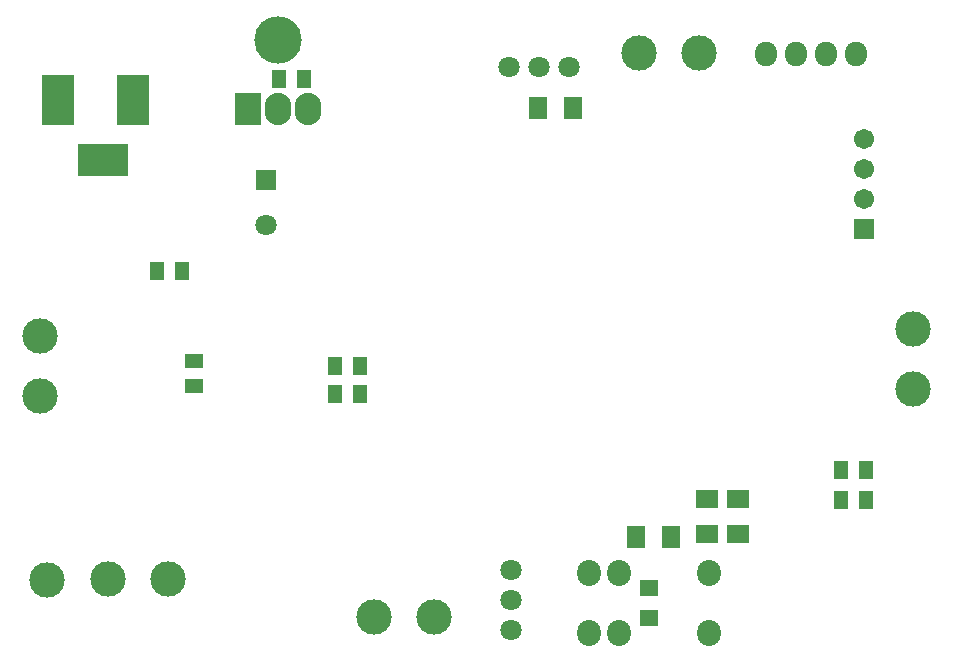
<source format=gbs>
G04*
G04 #@! TF.GenerationSoftware,Altium Limited,Altium Designer,21.9.2 (33)*
G04*
G04 Layer_Color=16711935*
%FSTAX24Y24*%
%MOIN*%
G70*
G04*
G04 #@! TF.SameCoordinates,9AA07E9A-BA48-4811-965E-F14F798923DF*
G04*
G04*
G04 #@! TF.FilePolarity,Negative*
G04*
G01*
G75*
%ADD39R,0.0592X0.0730*%
%ADD40R,0.0592X0.0474*%
%ADD41R,0.0592X0.0552*%
%ADD42O,0.0730X0.0830*%
%ADD43C,0.0710*%
%ADD44R,0.0710X0.0710*%
%ADD45C,0.1180*%
%ADD46C,0.1580*%
%ADD47O,0.0880X0.1080*%
%ADD48R,0.0880X0.1080*%
%ADD49R,0.1080X0.1680*%
%ADD50R,0.1680X0.1080*%
%ADD51R,0.0671X0.0671*%
%ADD52C,0.0671*%
%ADD53O,0.0789X0.0867*%
%ADD73R,0.0474X0.0592*%
%ADD74R,0.0730X0.0592*%
D39*
X050941Y062575D02*
D03*
X049759D02*
D03*
X046496Y07689D02*
D03*
X047677D02*
D03*
D40*
X035039Y068451D02*
D03*
Y067621D02*
D03*
D41*
X050193Y05987D02*
D03*
Y06087D02*
D03*
D42*
X054112Y078661D02*
D03*
X055122D02*
D03*
X056102D02*
D03*
X057112D02*
D03*
D43*
X037446Y072989D02*
D03*
X045591Y059472D02*
D03*
Y060472D02*
D03*
Y061472D02*
D03*
X047535Y078228D02*
D03*
X046535D02*
D03*
X045535D02*
D03*
D44*
X037446Y074489D02*
D03*
D45*
X032165Y061181D02*
D03*
X034165D02*
D03*
X030139Y061155D02*
D03*
X043024Y059921D02*
D03*
X041024D02*
D03*
X059012Y067503D02*
D03*
Y069503D02*
D03*
X051882Y078701D02*
D03*
X049882D02*
D03*
X029921Y069283D02*
D03*
Y067283D02*
D03*
D46*
X037853Y07916D02*
D03*
D47*
X038853Y07686D02*
D03*
X037853D02*
D03*
D48*
X036853D02*
D03*
D49*
X033022Y077142D02*
D03*
X030522D02*
D03*
D50*
X032022Y075142D02*
D03*
D51*
X057377Y072828D02*
D03*
D52*
Y073828D02*
D03*
Y074828D02*
D03*
Y075828D02*
D03*
D53*
X048193Y05937D02*
D03*
X049193D02*
D03*
X052193D02*
D03*
Y06137D02*
D03*
X049193D02*
D03*
X048193D02*
D03*
D73*
X034633Y071457D02*
D03*
X033803D02*
D03*
X037886Y07786D02*
D03*
X038716D02*
D03*
X039732Y067343D02*
D03*
X040562D02*
D03*
X05744Y063815D02*
D03*
X05661D02*
D03*
X039747Y068272D02*
D03*
X040577D02*
D03*
X05744Y064799D02*
D03*
X05661D02*
D03*
D74*
X053189Y062677D02*
D03*
Y063858D02*
D03*
X052126Y062677D02*
D03*
Y063858D02*
D03*
M02*

</source>
